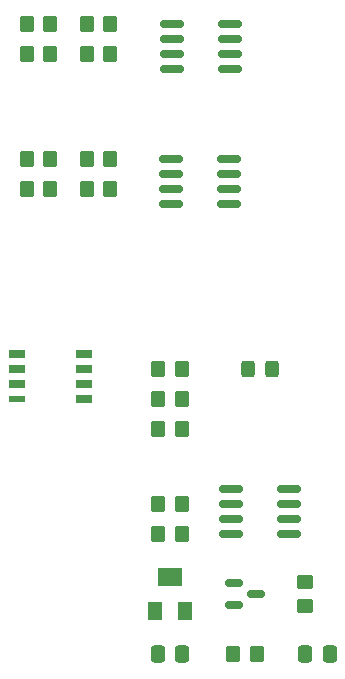
<source format=gbr>
%TF.GenerationSoftware,KiCad,Pcbnew,7.0.1*%
%TF.CreationDate,2024-01-01T19:45:24+00:00*%
%TF.ProjectId,PowerDelivery,506f7765-7244-4656-9c69-766572792e6b,rev?*%
%TF.SameCoordinates,Original*%
%TF.FileFunction,Paste,Top*%
%TF.FilePolarity,Positive*%
%FSLAX46Y46*%
G04 Gerber Fmt 4.6, Leading zero omitted, Abs format (unit mm)*
G04 Created by KiCad (PCBNEW 7.0.1) date 2024-01-01 19:45:24*
%MOMM*%
%LPD*%
G01*
G04 APERTURE LIST*
G04 Aperture macros list*
%AMRoundRect*
0 Rectangle with rounded corners*
0 $1 Rounding radius*
0 $2 $3 $4 $5 $6 $7 $8 $9 X,Y pos of 4 corners*
0 Add a 4 corners polygon primitive as box body*
4,1,4,$2,$3,$4,$5,$6,$7,$8,$9,$2,$3,0*
0 Add four circle primitives for the rounded corners*
1,1,$1+$1,$2,$3*
1,1,$1+$1,$4,$5*
1,1,$1+$1,$6,$7*
1,1,$1+$1,$8,$9*
0 Add four rect primitives between the rounded corners*
20,1,$1+$1,$2,$3,$4,$5,0*
20,1,$1+$1,$4,$5,$6,$7,0*
20,1,$1+$1,$6,$7,$8,$9,0*
20,1,$1+$1,$8,$9,$2,$3,0*%
G04 Aperture macros list end*
%ADD10RoundRect,0.250000X0.350000X0.450000X-0.350000X0.450000X-0.350000X-0.450000X0.350000X-0.450000X0*%
%ADD11RoundRect,0.150000X-0.825000X-0.150000X0.825000X-0.150000X0.825000X0.150000X-0.825000X0.150000X0*%
%ADD12RoundRect,0.250000X0.325000X0.450000X-0.325000X0.450000X-0.325000X-0.450000X0.325000X-0.450000X0*%
%ADD13RoundRect,0.250000X-0.350000X-0.450000X0.350000X-0.450000X0.350000X0.450000X-0.350000X0.450000X0*%
%ADD14R,1.450000X0.650000*%
%ADD15R,1.450000X0.600000*%
%ADD16R,1.300000X1.600000*%
%ADD17R,2.000000X1.600000*%
%ADD18RoundRect,0.150000X-0.587500X-0.150000X0.587500X-0.150000X0.587500X0.150000X-0.587500X0.150000X0*%
%ADD19RoundRect,0.250000X0.337500X0.475000X-0.337500X0.475000X-0.337500X-0.475000X0.337500X-0.475000X0*%
%ADD20RoundRect,0.250000X-0.337500X-0.475000X0.337500X-0.475000X0.337500X0.475000X-0.337500X0.475000X0*%
%ADD21RoundRect,0.250000X-0.450000X0.350000X-0.450000X-0.350000X0.450000X-0.350000X0.450000X0.350000X0*%
G04 APERTURE END LIST*
D10*
%TO.C,R10*%
X153400000Y-92710000D03*
X151400000Y-92710000D03*
%TD*%
D11*
%TO.C,U1*%
X152530000Y-63500000D03*
X152530000Y-64770000D03*
X152530000Y-66040000D03*
X152530000Y-67310000D03*
X157480000Y-67310000D03*
X157480000Y-66040000D03*
X157480000Y-64770000D03*
X157480000Y-63500000D03*
%TD*%
D12*
%TO.C,D1*%
X161045000Y-92710000D03*
X158995000Y-92710000D03*
%TD*%
D13*
%TO.C,R4*%
X145320000Y-77470000D03*
X147320000Y-77470000D03*
%TD*%
D14*
%TO.C,U3*%
X139415000Y-91440000D03*
X139415000Y-92710000D03*
X139415000Y-93980000D03*
D15*
X139415000Y-95250000D03*
D14*
X145065000Y-95250000D03*
X145065000Y-93980000D03*
X145065000Y-92710000D03*
X145065000Y-91440000D03*
%TD*%
D16*
%TO.C,RV1*%
X151150000Y-113210000D03*
D17*
X152400000Y-110310000D03*
D16*
X153650000Y-113210000D03*
%TD*%
D18*
%TO.C,Q1*%
X157812500Y-110810000D03*
X157812500Y-112710000D03*
X159687500Y-111760000D03*
%TD*%
D10*
%TO.C,R16*%
X159750000Y-116840000D03*
X157750000Y-116840000D03*
%TD*%
D19*
%TO.C,C1*%
X153437500Y-116840000D03*
X151362500Y-116840000D03*
%TD*%
D10*
%TO.C,R8*%
X142240000Y-66040000D03*
X140240000Y-66040000D03*
%TD*%
D20*
%TO.C,C2*%
X163830000Y-116840000D03*
X165905000Y-116840000D03*
%TD*%
D11*
%TO.C,U5*%
X157545000Y-102870000D03*
X157545000Y-104140000D03*
X157545000Y-105410000D03*
X157545000Y-106680000D03*
X162495000Y-106680000D03*
X162495000Y-105410000D03*
X162495000Y-104140000D03*
X162495000Y-102870000D03*
%TD*%
D10*
%TO.C,R14*%
X153400000Y-106680000D03*
X151400000Y-106680000D03*
%TD*%
%TO.C,R9*%
X142240000Y-77470000D03*
X140240000Y-77470000D03*
%TD*%
D13*
%TO.C,R3*%
X145320000Y-66040000D03*
X147320000Y-66040000D03*
%TD*%
D11*
%TO.C,U2*%
X152465000Y-74930000D03*
X152465000Y-76200000D03*
X152465000Y-77470000D03*
X152465000Y-78740000D03*
X157415000Y-78740000D03*
X157415000Y-77470000D03*
X157415000Y-76200000D03*
X157415000Y-74930000D03*
%TD*%
D13*
%TO.C,R12*%
X151400000Y-97790000D03*
X153400000Y-97790000D03*
%TD*%
%TO.C,R2*%
X145320000Y-74930000D03*
X147320000Y-74930000D03*
%TD*%
D10*
%TO.C,R11*%
X153400000Y-95250000D03*
X151400000Y-95250000D03*
%TD*%
D13*
%TO.C,R13*%
X151400000Y-104140000D03*
X153400000Y-104140000D03*
%TD*%
D21*
%TO.C,R15*%
X163830000Y-110760000D03*
X163830000Y-112760000D03*
%TD*%
D13*
%TO.C,R1*%
X145320000Y-63500000D03*
X147320000Y-63500000D03*
%TD*%
%TO.C,R5*%
X140240000Y-63500000D03*
X142240000Y-63500000D03*
%TD*%
%TO.C,R7*%
X140240000Y-74930000D03*
X142240000Y-74930000D03*
%TD*%
M02*

</source>
